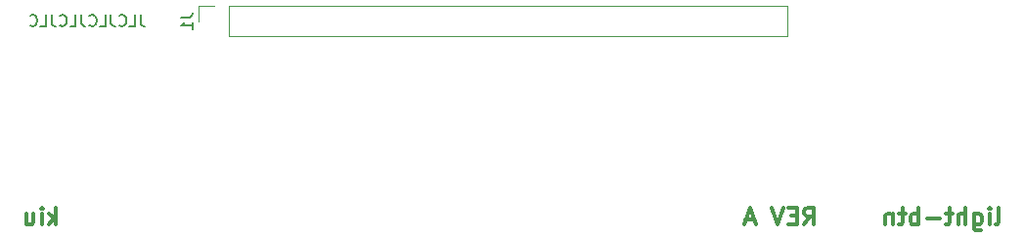
<source format=gbr>
G04 #@! TF.GenerationSoftware,KiCad,Pcbnew,(5.1.6)-1*
G04 #@! TF.CreationDate,2020-10-30T20:33:45+01:00*
G04 #@! TF.ProjectId,light-btn,6c696768-742d-4627-946e-2e6b69636164,rev?*
G04 #@! TF.SameCoordinates,Original*
G04 #@! TF.FileFunction,Legend,Bot*
G04 #@! TF.FilePolarity,Positive*
%FSLAX46Y46*%
G04 Gerber Fmt 4.6, Leading zero omitted, Abs format (unit mm)*
G04 Created by KiCad (PCBNEW (5.1.6)-1) date 2020-10-30 20:33:45*
%MOMM*%
%LPD*%
G01*
G04 APERTURE LIST*
%ADD10C,0.150000*%
%ADD11C,0.300000*%
%ADD12C,0.120000*%
G04 APERTURE END LIST*
D10*
X84619047Y-42452380D02*
X84619047Y-43166666D01*
X84666666Y-43309523D01*
X84761904Y-43404761D01*
X84904761Y-43452380D01*
X85000000Y-43452380D01*
X83666666Y-43452380D02*
X84142857Y-43452380D01*
X84142857Y-42452380D01*
X82761904Y-43357142D02*
X82809523Y-43404761D01*
X82952380Y-43452380D01*
X83047619Y-43452380D01*
X83190476Y-43404761D01*
X83285714Y-43309523D01*
X83333333Y-43214285D01*
X83380952Y-43023809D01*
X83380952Y-42880952D01*
X83333333Y-42690476D01*
X83285714Y-42595238D01*
X83190476Y-42500000D01*
X83047619Y-42452380D01*
X82952380Y-42452380D01*
X82809523Y-42500000D01*
X82761904Y-42547619D01*
X82047619Y-42452380D02*
X82047619Y-43166666D01*
X82095238Y-43309523D01*
X82190476Y-43404761D01*
X82333333Y-43452380D01*
X82428571Y-43452380D01*
X81095238Y-43452380D02*
X81571428Y-43452380D01*
X81571428Y-42452380D01*
X80190476Y-43357142D02*
X80238095Y-43404761D01*
X80380952Y-43452380D01*
X80476190Y-43452380D01*
X80619047Y-43404761D01*
X80714285Y-43309523D01*
X80761904Y-43214285D01*
X80809523Y-43023809D01*
X80809523Y-42880952D01*
X80761904Y-42690476D01*
X80714285Y-42595238D01*
X80619047Y-42500000D01*
X80476190Y-42452380D01*
X80380952Y-42452380D01*
X80238095Y-42500000D01*
X80190476Y-42547619D01*
X79476190Y-42452380D02*
X79476190Y-43166666D01*
X79523809Y-43309523D01*
X79619047Y-43404761D01*
X79761904Y-43452380D01*
X79857142Y-43452380D01*
X78523809Y-43452380D02*
X79000000Y-43452380D01*
X79000000Y-42452380D01*
X77619047Y-43357142D02*
X77666666Y-43404761D01*
X77809523Y-43452380D01*
X77904761Y-43452380D01*
X78047619Y-43404761D01*
X78142857Y-43309523D01*
X78190476Y-43214285D01*
X78238095Y-43023809D01*
X78238095Y-42880952D01*
X78190476Y-42690476D01*
X78142857Y-42595238D01*
X78047619Y-42500000D01*
X77904761Y-42452380D01*
X77809523Y-42452380D01*
X77666666Y-42500000D01*
X77619047Y-42547619D01*
X76904761Y-42452380D02*
X76904761Y-43166666D01*
X76952380Y-43309523D01*
X77047619Y-43404761D01*
X77190476Y-43452380D01*
X77285714Y-43452380D01*
X75952380Y-43452380D02*
X76428571Y-43452380D01*
X76428571Y-42452380D01*
X75047619Y-43357142D02*
X75095238Y-43404761D01*
X75238095Y-43452380D01*
X75333333Y-43452380D01*
X75476190Y-43404761D01*
X75571428Y-43309523D01*
X75619047Y-43214285D01*
X75666666Y-43023809D01*
X75666666Y-42880952D01*
X75619047Y-42690476D01*
X75571428Y-42595238D01*
X75476190Y-42500000D01*
X75333333Y-42452380D01*
X75238095Y-42452380D01*
X75095238Y-42500000D01*
X75047619Y-42547619D01*
D11*
X77285714Y-60678571D02*
X77285714Y-59178571D01*
X77142857Y-60107142D02*
X76714285Y-60678571D01*
X76714285Y-59678571D02*
X77285714Y-60250000D01*
X76071428Y-60678571D02*
X76071428Y-59678571D01*
X76071428Y-59178571D02*
X76142857Y-59250000D01*
X76071428Y-59321428D01*
X76000000Y-59250000D01*
X76071428Y-59178571D01*
X76071428Y-59321428D01*
X74714285Y-59678571D02*
X74714285Y-60678571D01*
X75357142Y-59678571D02*
X75357142Y-60464285D01*
X75285714Y-60607142D01*
X75142857Y-60678571D01*
X74928571Y-60678571D01*
X74785714Y-60607142D01*
X74714285Y-60535714D01*
X142071428Y-60678571D02*
X142571428Y-59964285D01*
X142928571Y-60678571D02*
X142928571Y-59178571D01*
X142357142Y-59178571D01*
X142214285Y-59250000D01*
X142142857Y-59321428D01*
X142071428Y-59464285D01*
X142071428Y-59678571D01*
X142142857Y-59821428D01*
X142214285Y-59892857D01*
X142357142Y-59964285D01*
X142928571Y-59964285D01*
X141428571Y-59892857D02*
X140928571Y-59892857D01*
X140714285Y-60678571D02*
X141428571Y-60678571D01*
X141428571Y-59178571D01*
X140714285Y-59178571D01*
X140285714Y-59178571D02*
X139785714Y-60678571D01*
X139285714Y-59178571D01*
X137714285Y-60250000D02*
X137000000Y-60250000D01*
X137857142Y-60678571D02*
X137357142Y-59178571D01*
X136857142Y-60678571D01*
X158678571Y-60678571D02*
X158821428Y-60607142D01*
X158892857Y-60464285D01*
X158892857Y-59178571D01*
X158107142Y-60678571D02*
X158107142Y-59678571D01*
X158107142Y-59178571D02*
X158178571Y-59250000D01*
X158107142Y-59321428D01*
X158035714Y-59250000D01*
X158107142Y-59178571D01*
X158107142Y-59321428D01*
X156750000Y-59678571D02*
X156750000Y-60892857D01*
X156821428Y-61035714D01*
X156892857Y-61107142D01*
X157035714Y-61178571D01*
X157250000Y-61178571D01*
X157392857Y-61107142D01*
X156750000Y-60607142D02*
X156892857Y-60678571D01*
X157178571Y-60678571D01*
X157321428Y-60607142D01*
X157392857Y-60535714D01*
X157464285Y-60392857D01*
X157464285Y-59964285D01*
X157392857Y-59821428D01*
X157321428Y-59750000D01*
X157178571Y-59678571D01*
X156892857Y-59678571D01*
X156750000Y-59750000D01*
X156035714Y-60678571D02*
X156035714Y-59178571D01*
X155392857Y-60678571D02*
X155392857Y-59892857D01*
X155464285Y-59750000D01*
X155607142Y-59678571D01*
X155821428Y-59678571D01*
X155964285Y-59750000D01*
X156035714Y-59821428D01*
X154892857Y-59678571D02*
X154321428Y-59678571D01*
X154678571Y-59178571D02*
X154678571Y-60464285D01*
X154607142Y-60607142D01*
X154464285Y-60678571D01*
X154321428Y-60678571D01*
X153821428Y-60107142D02*
X152678571Y-60107142D01*
X151964285Y-60678571D02*
X151964285Y-59178571D01*
X151964285Y-59750000D02*
X151821428Y-59678571D01*
X151535714Y-59678571D01*
X151392857Y-59750000D01*
X151321428Y-59821428D01*
X151250000Y-59964285D01*
X151250000Y-60392857D01*
X151321428Y-60535714D01*
X151392857Y-60607142D01*
X151535714Y-60678571D01*
X151821428Y-60678571D01*
X151964285Y-60607142D01*
X150821428Y-59678571D02*
X150250000Y-59678571D01*
X150607142Y-59178571D02*
X150607142Y-60464285D01*
X150535714Y-60607142D01*
X150392857Y-60678571D01*
X150250000Y-60678571D01*
X149750000Y-59678571D02*
X149750000Y-60678571D01*
X149750000Y-59821428D02*
X149678571Y-59750000D01*
X149535714Y-59678571D01*
X149321428Y-59678571D01*
X149178571Y-59750000D01*
X149107142Y-59892857D01*
X149107142Y-60678571D01*
D12*
X89670000Y-41670000D02*
X89670000Y-43000000D01*
X91000000Y-41670000D02*
X89670000Y-41670000D01*
X92270000Y-41670000D02*
X92270000Y-44330000D01*
X92270000Y-44330000D02*
X140590000Y-44330000D01*
X92270000Y-41670000D02*
X140590000Y-41670000D01*
X140590000Y-41670000D02*
X140590000Y-44330000D01*
D10*
X88122380Y-42666666D02*
X88836666Y-42666666D01*
X88979523Y-42619047D01*
X89074761Y-42523809D01*
X89122380Y-42380952D01*
X89122380Y-42285714D01*
X89122380Y-43666666D02*
X89122380Y-43095238D01*
X89122380Y-43380952D02*
X88122380Y-43380952D01*
X88265238Y-43285714D01*
X88360476Y-43190476D01*
X88408095Y-43095238D01*
M02*

</source>
